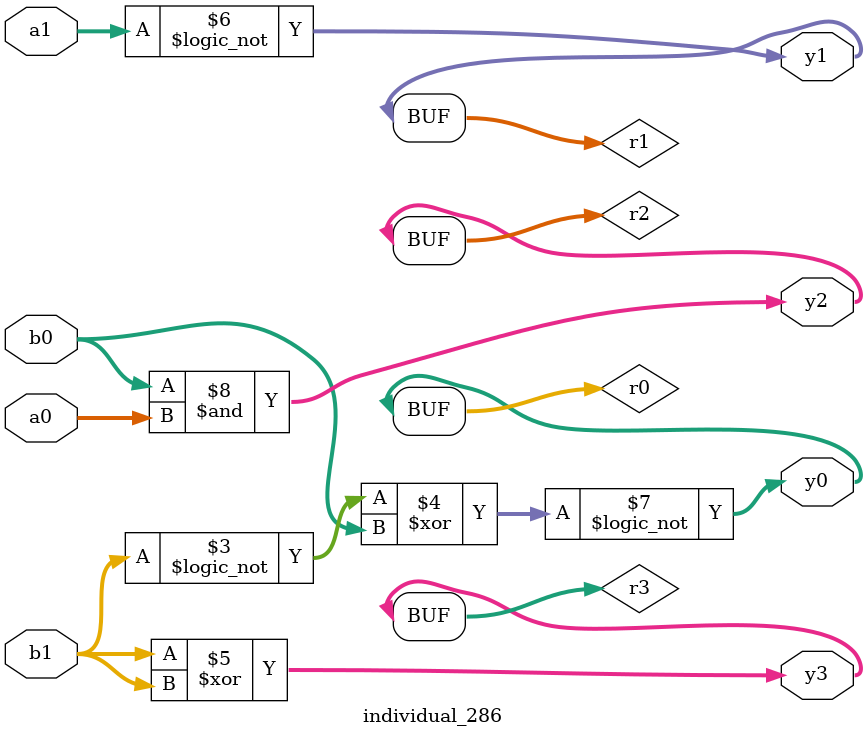
<source format=sv>
module individual_286(input logic [15:0] a1, input logic [15:0] a0, input logic [15:0] b1, input logic [15:0] b0, output logic [15:0] y3, output logic [15:0] y2, output logic [15:0] y1, output logic [15:0] y0);
logic [15:0] r0, r1, r2, r3; 
 always@(*) begin 
	 r0 = a0; r1 = a1; r2 = b0; r3 = b1; 
 	 r1  ^=  b1 ;
 	 r0 = ! r3 ;
 	 r0  ^=  r2 ;
 	 r3  ^=  r3 ;
 	 r1 = ! a1 ;
 	 r0 = ! r0 ;
 	 r2  &=  a0 ;
 	 y3 = r3; y2 = r2; y1 = r1; y0 = r0; 
end
endmodule
</source>
